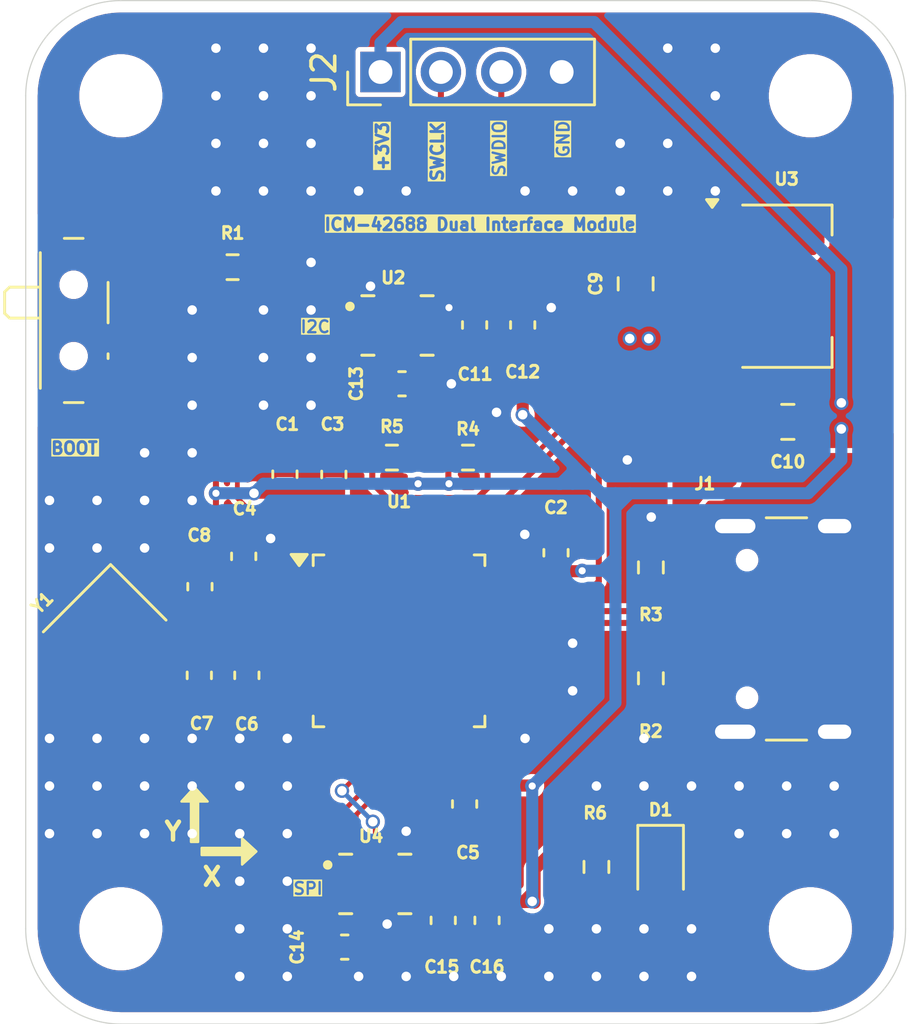
<source format=kicad_pcb>
(kicad_pcb (version 20241229) (generator "pcbnew") (generator_version "9.0")
  (layers (0 "F.Cu" signal) (2 "B.Cu" signal) (13 "F.Paste" user) (15 "B.Paste" user) (5 "F.SilkS" user "F.Silkscreen") (7 "B.SilkS" user "B.Silkscreen") (1 "F.Mask" user) (3 "B.Mask" user) (25 "Edge.Cuts" user))
  (net 0 "")
  (net 1 "GND")
  (net 2 "+3.3V")
  (net 3 "/NRST")
  (net 4 "Net-(U1-PD1)")
  (net 5 "Net-(U1-PD0)")
  (net 6 "VBUS")
  (net 7 "Net-(D1-A)")
  (net 8 "/USB_D+")
  (net 9 "Net-(J1-CC1)")
  (net 11 "/USB_D-")
  (net 13 "Net-(J1-CC2)")
  (net 14 "/SWCLK")
  (net 15 "/SWDIO")
  (net 16 "/BOOT0")
  (net 17 "Net-(SW1-A)")
  (net 18 "/I2C1_SCL")
  (net 19 "/I2C1_SDA")
  (net 26 "/ICM-SPI-MISO")
  (net 31 "/ICM-SPI-INT2")
  (net 34 "/ICM-SPI-CS")
  (net 37 "/ICM-SPI-SCK")
  (net 42 "/ICM-SPI-MOSI")
  (footprint "Capacitor_SMD:C_0603_1608Metric" (layer "F.Cu") (at 224.95702 49.909503 90)
    (property "Reference" "C3")
    (property "Value" "100nF" (hide yes))
  )
  (footprint "Resistor_SMD:R_0603_1608Metric" (layer "F.Cu") (at 230.6 49.2)
    (property "Reference" "R4")
    (property "Value" "4k7" (hide yes))
  )
  (footprint "Capacitor_SMD:C_0805_2012Metric" (layer "F.Cu") (at 237.65 41.9 90)
    (property "Reference" "C9")
    (property "Value" "22uF" (hide yes))
  )
  (footprint "Capacitor_SMD:C_0603_1608Metric" (layer "F.Cu") (at 221.3 58.35 -90)
    (property "Reference" "C6")
    (property "Value" "100nF" (hide yes))
  )
  (footprint "Resistor_SMD:R_0603_1608Metric" (layer "F.Cu") (at 227.4 49.2 180)
    (property "Reference" "R5")
    (property "Value" "4k7" (hide yes))
  )
  (footprint "Package_QFP:LQFP-48_7x7mm_P0.5mm" (layer "F.Cu") (at 227.7 56.9)
    (property "Reference" "U1")
    (property "Value" "STM32F103C8Tx" (hide yes))
  )
  (footprint "Capacitor_SMD:C_0603_1608Metric" (layer "F.Cu") (at 225.415357 69.768393)
    (property "Reference" "C14")
    (property "Value" "10nF" (hide yes))
  )
  (footprint "Capacitor_SMD:C_0603_1608Metric" (layer "F.Cu") (at 219.326579 54.625 90)
    (property "Reference" "C8")
    (property "Value" "10pF" (hide yes))
  )
  (footprint "Capacitor_SMD:C_0805_2012Metric" (layer "F.Cu") (at 244.05 47.7 180)
    (property "Reference" "C10")
    (property "Value" "22uF" (hide yes))
  )
  (footprint "Package_TO_SOT_SMD:SOT-223-3_TabPin2" (layer "F.Cu") (at 244 42)
    (property "Reference" "U3")
    (property "Value" "AMS1117-3.3" (hide yes))
  )
  (footprint "Resistor_SMD:R_0603_1608Metric" (layer "F.Cu") (at 238.290908 53.816409 -90)
    (property "Reference" "R3")
    (property "Value" "5k1" (hide yes))
  )
  (footprint "ICM-42688-P:PQFN50P300X250X97-14N" (layer "F.Cu") (at 226.7 67.115)
    (property "Reference" "U4")
    (property "Value" "ICM-42688-P" (hide yes))
  )
  (footprint "MountingHole:MountingHole_3.2mm_M3_ISO7380" (layer "F.Cu") (at 245 34)
    (property "Reference" "H3" (hide yes))
    (property "Value" "MountingHole" (hide yes))
  )
  (footprint "ICM-42688-P:PQFN50P300X250X97-14N" (layer "F.Cu") (at 227.635 43.65)
    (property "Reference" "U2")
    (property "Value" "ICM-42688-P" (hide yes))
  )
  (footprint "MountingHole:MountingHole_3.2mm_M3_ISO7380" (layer "F.Cu") (at 216 34)
    (property "Reference" "H4" (hide yes))
    (property "Value" "MountingHole" (hide yes))
  )
  (footprint "Capacitor_SMD:C_0603_1608Metric" (layer "F.Cu") (at 222.9 49.9 90)
    (property "Reference" "C1")
    (property "Value" "10uF" (hide yes))
  )
  (footprint "Resistor_SMD:R_0603_1608Metric" (layer "F.Cu") (at 236 66.4 -90)
    (property "Reference" "R6")
    (property "Value" "1k" (hide yes))
  )
  (footprint "Capacitor_SMD:C_0603_1608Metric" (layer "F.Cu") (at 230.457802 63.75595 -90)
    (property "Reference" "C5")
    (property "Value" "100nF" (hide yes))
  )
  (footprint "MountingHole:MountingHole_3.2mm_M3_ISO7380" (layer "F.Cu") (at 216 69)
    (property "Reference" "H1" (hide yes))
    (property "Value" "MountingHole" (hide yes))
  )
  (footprint "MountingHole:MountingHole_3.2mm_M3_ISO7380" (layer "F.Cu") (at 245 69)
    (property "Reference" "H2" (hide yes))
    (property "Value" "MountingHole" (hide yes))
  )
  (footprint "Capacitor_SMD:C_0603_1608Metric" (layer "F.Cu") (at 230.878313 43.628867 -90)
    (property "Reference" "C11")
    (property "Value" "100nF" (hide yes))
  )
  (footprint "Capacitor_SMD:C_0603_1608Metric" (layer "F.Cu") (at 229.556911 68.645844 90)
    (property "Reference" "C15")
    (property "Value" "100nF" (hide yes))
  )
  (footprint "Capacitor_SMD:C_0603_1608Metric" (layer "F.Cu") (at 221.16751 53.351159 90)
    (property "Reference" "C4")
    (property "Value" "100nF" (hide yes))
  )
  (footprint "LED_SMD:LED_0805_2012Metric" (layer "F.Cu") (at 238.7 66.3375 -90)
    (property "Reference" "D1")
    (property "Value" "LED" (hide yes))
  )
  (footprint "Crystal:Crystal_SMD_3225-4Pin_3.2x2.5mm" (layer "F.Cu") (at 215.321142 56.276777 -135)
    (property "Reference" "Y1")
    (property "Value" "16MHz" (hide yes))
  )
  (footprint "Connector_PinHeader_2.54mm:PinHeader_1x04_P2.54mm_Vertical" (layer "F.Cu") (at 226.92 33 90)
    (property "Reference" "J2")
    (property "Value" "SWD")
  )
  (footprint "Capacitor_SMD:C_0603_1608Metric" (layer "F.Cu") (at 219.3 58.35 -90)
    (property "Reference" "C7")
    (property "Value" "10pF" (hide yes))
  )
  (footprint "Connector_USB:USB_C_Receptacle_GCT_USB4105-xx-A_16P_TopMnt_Horizontal" (layer "F.Cu") (at 244.942391 56.4 90)
    (property "Reference" "J1")
    (property "Value" "USB-C" (hide yes))
  )
  (footprint "Capacitor_SMD:C_0603_1608Metric" (layer "F.Cu") (at 234.3 53.2 90)
    (property "Reference" "C2")
    (property "Value" "100nF" (hide yes))
  )
  (footprint "Resistor_SMD:R_0603_1608Metric" (layer "F.Cu") (at 220.7 41.2)
    (property "Reference" "R1")
    (property "Value" "10k" (hide yes))
  )
  (footprint "Capacitor_SMD:C_0603_1608Metric" (layer "F.Cu") (at 227.825 46.1 180)
    (property "Reference" "C13")
    (property "Value" "10nF" (hide yes))
  )
  (footprint "Resistor_SMD:R_0603_1608Metric" (layer "F.Cu") (at 238.290908 58.474606 90)
    (property "Reference" "R2")
    (property "Value" "5k1" (hide yes))
  )
  (footprint "Capacitor_SMD:C_0603_1608Metric" (layer "F.Cu") (at 231.4 68.645844 90)
    (property "Reference" "C16")
    (property "Value" "2.2uF" (hide yes))
  )
  (footprint "Capacitor_SMD:C_0603_1608Metric" (layer "F.Cu") (at 232.9 43.628867 -90)
    (property "Reference" "C12")
    (property "Value" "2.2uF" (hide yes))
  )
  (footprint "Button_Switch_SMD:SW_SPDT_PCM12" (layer "F.Cu") (at 214.343646 43.439606 -90)
    (property "Reference" "SW1" (hide yes))
    (property "Value" "SW_SPDT" (hide yes))
  )
  (gr_poly (pts (xy 221.7 65.75) (xy 221.1 65.2) (xy 221.1 66.3)) (stroke (width 0.1)) (fill yes) (layer "F.SilkS"))
  (gr_rect (start 218.95 63.65) (end 219.25 65.35) (stroke (width 0.1)) (fill yes) (layer "F.SilkS"))
  (gr_rect (start 219.4 65.6) (end 221.1 65.9) (stroke (width 0.1)) (fill yes) (layer "F.SilkS"))
  (gr_poly (pts (xy 219.1 63.05) (xy 218.55 63.65) (xy 219.65 63.65)) (stroke (width 0.1)) (fill yes) (layer "F.SilkS"))
  (gr_line (start 245 30) (end 216 30) (stroke (width 0.05)) (layer "Edge.Cuts"))
  (gr_arc (start 216 73) (mid 213.171573 71.828427) (end 212 69) (stroke (width 0.05)) (layer "Edge.Cuts"))
  (gr_line (start 249 69) (end 249 34) (stroke (width 0.05)) (layer "Edge.Cuts"))
  (gr_line (start 216 73) (end 245 73) (stroke (width 0.05)) (layer "Edge.Cuts"))
  (gr_line (start 212 34) (end 212 69) (stroke (width 0.05)) (layer "Edge.Cuts"))
  (gr_arc (start 245 30) (mid 247.828427 31.171573) (end 249 34) (stroke (width 0.05)) (layer "Edge.Cuts"))
  (gr_arc (start 249 69) (mid 247.828427 71.828427) (end 245 73) (stroke (width 0.05)) (layer "Edge.Cuts"))
  (gr_arc (start 212 34) (mid 213.171573 31.171573) (end 216 30) (stroke (width 0.05)) (layer "Edge.Cuts"))
  (gr_text "I2C" (at 223.5 44 0) (layer "F.SilkS" knockout) (effects (font (size 0.5 0.5) (thickness 0.1) (bold yes)) (justify left bottom)))
  (gr_text "BOOT" (at 213 49.1 0) (layer "F.SilkS" knockout) (effects (font (size 0.5 0.5) (thickness 0.125) (bold yes)) (justify left bottom)))
  (gr_text "+3V3" (at 227.3 37.2 90) (layer "F.SilkS" knockout) (effects (font (size 0.5 0.5) (thickness 0.125) (bold yes)) (justify left bottom)))
  (gr_text "GND" (at 234.9 36.641867 90) (layer "F.SilkS" knockout) (effects (font (size 0.5 0.5) (thickness 0.1) (bold yes)) (justify left bottom)))
  (gr_text "SWDIO" (at 232.2 37.427581 90) (layer "F.SilkS" knockout) (effects (font (size 0.5 0.5) (thickness 0.1) (bold yes)) (justify left bottom)))
  (gr_text "ICM-42688 Dual Interface Module" (at 224.5 39.7 0) (layer "F.SilkS" knockout) (effects (font (size 0.5 0.5) (thickness 0.125) (bold yes)) (justify left bottom)))
  (gr_text "SWCLK\n" (at 229.6 37.652382 90) (layer "F.SilkS" knockout) (effects (font (size 0.5 0.5) (thickness 0.125) (bold yes)) (justify left bottom)))
  (gr_text "Y" (at 217.75 65.35 0) (layer "F.SilkS") (effects (font (size 0.75 0.75) (thickness 0.1875) (bold yes)) (justify left bottom)))
  (gr_text "SPI" (at 223.2 67.6 0) (layer "F.SilkS" knockout) (effects (font (size 0.5 0.5) (thickness 0.1) (bold yes)) (justify left bottom)))
  (gr_text "X" (at 219.35 67.25 0) (layer "F.SilkS") (effects (font (size 0.75 0.75) (thickness 0.1875) (bold yes)) (justify left bottom)))
  (segment (start 228.8 42.9) (end 229.8 42.9) (width 0.2) (layer "F.Cu") (net 1))
  (via (at 232.988005 52.428176) (size 0.6) (drill 0.4) (layers "F.Cu" "B.Cu") (net 1))
  (via (at 221 69) (size 0.45) (drill 0.4) (layers "F.Cu" "B.Cu") (net 1))
  (via (at 222 32) (size 0.45) (drill 0.4) (layers "F.Cu" "B.Cu") (net 1))
  (via (at 241 34) (size 0.45) (drill 0.4) (layers "F.Cu" "B.Cu") (net 1))
  (via (at 224 32) (size 0.45) (drill 0.4) (layers "F.Cu" "B.Cu") (net 1))
  (via (at 238.306238 51.699539) (size 0.45) (drill 0.4) (layers "F.Cu" "B.Cu") (net 1))
  (via (at 224 38) (size 0.45) (drill 0.4) (layers "F.Cu" "B.Cu") (net 1))
  (via (at 224 36) (size 0.45) (drill 0.4) (layers "F.Cu" "B.Cu") (net 1))
  (via (at 213 53) (size 0.45) (drill 0.4) (layers "F.Cu" "B.Cu") (net 1))
  (via (at 237 38) (size 0.45) (drill 0.4) (layers "F.Cu" "B.Cu") (net 1))
  (via (at 235 59) (size 0.45) (drill 0.4) (layers "F.Cu" "B.Cu") (net 1))
  (via (at 226.5 42) (size 0.6) (drill 0.4) (layers "F.Cu" "B.Cu") (net 1))
  (via (at 220 38) (size 0.45) (drill 0.4) (layers "F.Cu" "B.Cu") (net 1))
  (via (at 221 63) (size 0.45) (drill 0.4) (layers "F.Cu" "B.Cu") (net 1))
  (via (at 217 49) (size 0.45) (drill 0.4) (layers "F.Cu" "B.Cu") (net 1))
  (via (at 217 51) (size 0.45) (drill 0.4) (layers "F.Cu" "B.Cu") (net 1))
  (via (at 219 63) (size 0.45) (drill 0.4) (layers "F.Cu" "B.Cu") (net 1))
  (via (at 222 36) (size 0.45) (drill 0.4) (layers "F.Cu" "B.Cu") (net 1))
  (via (at 223 65) (size 0.45) (drill 0.4) (layers "F.Cu" "B.Cu") (net 1))
  (via (at 239 32) (size 0.45) (drill 0.4) (layers "F.Cu" "B.Cu") (net 1))
  (via (at 236 63) (size 0.45) (drill 0.4) (layers "F.Cu" "B.Cu") (net 1))
  (via (at 236 71) (size 0.45) (drill 0.4) (layers "F.Cu" "B.Cu") (net 1))
  (via (at 220 34) (size 0.45) (drill 0.4) (layers "F.Cu" "B.Cu") (net 1))
  (via (at 223 69) (size 0.45) (drill 0.4) (layers "F.Cu" "B.Cu") (net 1))
  (via (at 232 71) (size 0.45) (drill 0.4) (layers "F.Cu" "B.Cu") (net 1))
  (via (at 226 38) (size 0.45) (drill 0.4) (layers "F.Cu" "B.Cu") (net 1))
  (via (at 231.8 47.3) (size 0.6) (drill 0.4) (layers "F.Cu" "B.Cu") (net 1))
  (via (at 237.3 49.3) (size 0.45) (drill 0.4) (layers "F.Cu" "B.Cu") (net 1))
  (via (at 235 57) (size 0.45) (drill 0.4) (layers "F.Cu" "B.Cu") (net 1))
  (via (at 238 69) (size 0.45) (drill 0.4) (layers "F.Cu" "B.Cu") (net 1))
  (via (at 219 61) (size 0.45) (drill 0.4) (layers "F.Cu" "B.Cu") (net 1))
  (via (at 233 38) (size 0.45) (drill 0.4) (layers "F.Cu" "B.Cu") (net 1))
  (via (at 226 71) (size 0.45) (drill 0.4) (layers "F.Cu" "B.Cu") (net 1))
  (via (at 221 65) (size 0.45) (drill 0.4) (layers "F.Cu" "B.Cu") (net 1))
  (via (at 244 63) (size 0.45) (drill 0.4) (layers "F.Cu" "B.Cu") (net 1))
  (via (at 213 63) (size 0.45) (drill 0.4) (layers "F.Cu" "B.Cu") (net 1))
  (via (at 217 53) (size 0.45) (drill 0.4) (layers "F.Cu" "B.Cu") (net 1))
  (via (at 222 34) (size 0.45) (drill 0.4) (layers "F.Cu" "B.Cu") (net 1))
  (via (at 228 64.9) (size 0.45) (drill 0.4) (layers "F.Cu" "B.Cu") (net 1))
  (via (at 223 67) (size 0.45) (drill 0.4) (layers "F.Cu" "B.Cu") (net 1))
  (via (at 219 49) (size 0.45) (drill 0.4) (layers "F.Cu" "B.Cu") (net 1))
  (via (at 224 34) (size 0.45) (drill 0.4) (layers "F.Cu" "B.Cu") (net 1))
  (via (at 240 63) (size 0.45) (drill 0.4) (layers "F.Cu" "B.Cu") (net 1))
  (via (at 223 61) (size 0.45) (drill 0.4) (layers "F.Cu" "B.Cu") (net 1))
  (via (at 229.8 42.9) (size 0.6) (drill 0.3) (layers "F.Cu" "B.Cu") (net 1))
  (via (at 234.1 42.9) (size 0.6) (drill 0.4) (layers "F.Cu" "B.Cu") (net 1))
  (via (at 223 71) (size 0.45) (drill 0.4) (layers "F.Cu" "B.Cu") (net 1))
  (via (at 244 65) (size 0.45) (drill 0.4) (layers "F.Cu" "B.Cu") (net 1))
  (via (at 220 32) (size 0.45) (drill 0.4) (layers "F.Cu" "B.Cu") (net 1))
  (via (at 222 38) (size 0.45) (drill 0.4) (layers "F.Cu" "B.Cu") (net 1))
  (via (at 217 61) (size 0.45) (drill 0.4) (layers "F.Cu" "B.Cu") (net 1))
  (via (at 219 51) (size 0.45) (drill 0.4) (layers "F.Cu" "B.Cu") (net 1))
  (via (at 222.3 52.6) (size 0.6) (drill 0.4) (layers "F.Cu" "B.Cu") (net 1))
  (via (at 228 38) (size 0.45) (drill 0.4) (layers "F.Cu" "B.Cu") (net 1))
  (via (at 246 65) (size 0.45) (drill 0.4) (layers "F.Cu" "B.Cu") (net 1))
  (via (at 238 61) (size 0.45) (drill 0.4) (layers "F.Cu" "B.Cu") (net 1))
  (via (at 219 43) (size 0.45) (drill 0.4) (layers "F.Cu" "B.Cu") (net 1))
  (via (at 242 65) (size 0.45) (drill 0.4) (layers "F.Cu" "B.Cu") (net 1))
  (via (at 224 41) (size 0.45) (drill 0.4) (layers "F.Cu" "B.Cu") (net 1))
  (via (at 224 43) (size 0.45) (drill 0.4) (layers "F.Cu" "B.Cu") (net 1))
  (via (at 229.9 46.1) (size 0.6) (drill 0.4) (layers "F.Cu" "B.Cu") (net 1))
  (via (at 236 69) (size 0.45) (drill 0.4) (layers "F.Cu" "B.Cu") (net 1))
  (via (at 220 36) (size 0.45) (drill 0.4) (layers "F.Cu" "B.Cu") (net 1))
  (via (at 217 63) (size 0.45) (drill 0.4) (layers "F.Cu" "B.Cu") (net 1))
  (via (at 240 69) (size 0.45) (drill 0.4) (layers "F.Cu" "B.Cu") (net 1))
  (via (at 234 71) (size 0.45) (drill 0.4) (layers "F.Cu" "B.Cu") (net 1))
  (via (at 215 61) (size 0.45) (drill 0.4) (layers "F.Cu" "B.Cu") (net 1))
  (via (at 224 47) (size 0.45) (drill 0.4) (layers "F.Cu" "B.Cu") (net 1))
  (via (at 235 38) (size 0.45) (drill 0.4) (layers "F.Cu" "B.Cu") (net 1))
  (via (at 215 65) (size 0.45) (drill 0.4) (layers "F.Cu" "B.Cu") (net 1))
  (via (at 242 63) (size 0.45) (drill 0.4) (layers "F.Cu" "B.Cu") (net 1))
  (via (at 222 43) (size 0.45) (drill 0.4) (layers "F.Cu" "B.Cu") (net 1))
  (via (at 233 61) (size 0.45) (drill 0.4) (layers "F.Cu" "B.Cu") (net 1))
  (via (at 213 65) (size 0.45) (drill 0.4) (layers "F.Cu" "B.Cu") (net 1))
  (via (at 227.2 68.8) (size 0.45) (drill 0.4) (layers "F.Cu" "B.Cu") (net 1))
  (via (at 222 45) (size 0.45) (drill 0.4) (layers "F.Cu" "B.Cu") (net 1))
  (via (at 215 63) (size 0.45) (drill 0.4) (layers "F.Cu" "B.Cu") (net 1))
  (via (at 221 71) (size 0.45) (drill 0.4) (layers "F.Cu" "B.Cu") (net 1))
  (via (at 213 61) (size 0.45) (drill 0.4) (layers "F.Cu" "B.Cu") (net 1))
  (via (at 239 38) (size 0.45) (drill 0.4) (layers "F.Cu" "B.Cu") (net 1))
  (via (at 221 67) (size 0.45) (drill 0.4) (layers "F.Cu" "B.Cu") (net 1))
  (via (at 224 45) (size 0.45) (drill 0.4) (layers "F.Cu" "B.Cu") (net 1))
  (via (at 238 71) (size 0.45) (drill 0.4) (layers "F.Cu" "B.Cu") (net 1))
  (via (at 241 38) (size 0.45) (drill 0.4) (layers "F.Cu" "B.Cu") (net 1))
  (via (at 219 65) (size 0.45) (drill 0.4) (layers "F.Cu" "B.Cu") (net 1))
  (via (at 238 63) (size 0.45) (drill 0.4) (layers "F.Cu" "B.Cu") (net 1))
  (via (at 219 47) (size 0.45) (drill 0.4) (layers "F.Cu" "B.Cu") (net 1))
  (via (at 239 36) (size 0.45) (drill 0.4) (layers "F.Cu" "B.Cu") (net 1))
  (via (at 234 69) (size 0.45) (drill 0.4) (layers "F.Cu" "B.Cu") (net 1))
  (via (at 246 63) (size 0.45) (drill 0.4) (layers "F.Cu" "B.Cu") (net 1))
  (via (at 215 51) (size 0.45) (drill 0.4) (layers "F.Cu" "B.Cu") (net 1))
  (via (at 228 71) (size 0.45) (drill 0.4) (layers "F.Cu" "B.Cu") (net 1))
  (via (at 219 45) (size 0.45) (drill 0.4) (layers "F.Cu" "B.Cu") (net 1))
  (via (at 237 36) (size 0.45) (drill 0.4) (layers "F.Cu" "B.Cu") (net 1))
  (via (at 241 32) (size 0.45) (drill 0.4) (layers "F.Cu" "B.Cu") (net 1))
  (via (at 213 51) (size 0.45) (drill 0.4) (layers "F.Cu" "B.Cu") (net 1))
  (via (at 240 71) (size 0.45) (drill 0.4) (layers "F.Cu" "B.Cu") (net 1))
  (via (at 221 61) (size 0.45) (drill 0.4) (layers "F.Cu" "B.Cu") (net 1))
  (via (at 222 47) (size 0.45) (drill 0.4) (layers "F.Cu" "B.Cu") (net 1))
  (via (at 223 63) (size 0.45) (drill 0.4) (layers "F.Cu" "B.Cu") (net 1))
  (via (at 230 71) (size 0.45) (drill 0.4) (layers "F.Cu" "B.Cu") (net 1))
  (via (at 217 65) (size 0.45) (drill 0.4) (layers "F.Cu" "B.Cu") (net 1))
  (via (at 215 53) (size 0.45) (drill 0.4) (layers "F.Cu" "B.Cu") (net 1))
  (segment (start 226.2 69.75875) (end 226.190357 69.768393) (width 0.2032) (layer "F.Cu") (net 2))
  (segment (start 221.16751 54.126159) (end 223.513659 54.126159) (width 0.254) (layer "F.Cu") (net 2))
  (segment (start 232.9 44.403867) (end 232.9 46.2) (width 0.508) (layer "F.Cu") (net 2))
  (segment (start 227.05 46.1) (end 227.05 46.75) (width 0.254) (layer "F.Cu") (net 2))
  (segment (start 227.135 46.217434) (end 227.129509 46.222925) (width 0.2032) (layer "F.Cu") (net 2))
  (segment (start 235.4 53.956644) (end 235.343356 53.956644) (width 0.508) (layer "F.Cu") (net 2))
  (segment (start 229.551067 67.865) (end 229.556911 67.870844) (width 0.2) (layer "F.Cu") (net 2))
  (segment (start 235.325 53.975) (end 234.3 53.975) (width 0.508) (layer "F.Cu") (net 2))
  (segment (start 222.9 50.675) (end 221.625 50.675) (width 0.508) (layer "F.Cu") (net 2))
  (segment (start 228.9 44.4) (end 228.903867 44.403867) (width 0.2032) (layer "F.Cu") (net 2))
  (segment (start 232.9 46.8) (end 232.9 47.4) (width 0.508) (layer "F.Cu") (net 2))
  (segment (start 232.9 46.2) (end 232.9 46.5) (width 0.508) (layer "F.Cu") (net 2))
  (segment (start 228.8 44.4) (end 228.9 44.4) (width 0.2032) (layer "F.Cu") (net 2))
  (segment (start 231.8625 54.15) (end 232.65 54.15) (width 0.254) (layer "F.Cu") (net 2))
  (segment (start 229.775 50.275) (end 229.8 50.3) (width 0.254) (layer "F.Cu") (net 2))
  (segment (start 233.4 67.4) (end 233.4 66.5) (width 0.508) (layer "F.Cu") (net 2))
  (segment (start 222.909503 50.684503) (end 222.9 50.675) (width 0.508) (layer "F.Cu") (net 2))
  (segment (start 229.529156 67.870844) (end 229.556911 67.870844) (width 0.508) (layer "F.Cu") (net 2))
  (segment (start 227.4 47.1) (end 229.6 47.1) (width 0.254) (layer "F.Cu") (net 2))
  (segment (start 230.457802 62.98095) (end 233.28095 62.98095) (width 0.508) (layer "F.Cu") (net 2))
  (segment (start 226.190357 69.768393) (end 227.631607 69.768393) (width 0.508) (layer "F.Cu") (net 2))
  (segment (start 224.95 52.7375) (end 224.95 50.691523) (width 0.254) (layer "F.Cu") (net 2))
  (segment (start 232.8 67.870844) (end 233.370844 67.870844) (width 0.508) (layer "F.Cu") (net 2))
  (segment (start 232.650771 54.149229) (end 234.40321 54.149229) (width 0.254) (layer "F.Cu") (net 2))
  (segment (start 220 44.6) (end 219.589606 44.189606) (width 0.254) (layer "F.Cu") (net 2))
  (segment (start 232.8 67.870844) (end 232.970844 67.870844) (width 0.508) (layer "F.Cu") (net 2))
  (segment (start 229.775 47.325) (end 229.775 47.275) (width 0.254) (layer "F.Cu") (net 2))
  (segment (start 227.05 46.75) (end 227.4 47.1) (width 0.254) (layer "F.Cu") (net 2))
  (segment (start 233.28095 62.98095) (end 233.3 63) (width 0.508) (layer "F.Cu") (net 2))
  (segment (start 230.45 61.0625) (end 230.45 62.973148) (width 0.254) (layer "F.Cu") (net 2))
  (segment (start 227.631607 69.768393) (end 229.529156 67.870844) (width 0.508) (layer "F.Cu") (net 2))
  (segment (start 224.95 50.691523) (end 224.95702 50.684503) (width 0.254) (layer "F.Cu") (net 2))
  (segment (start 232.970844 67.870844) (end 232.970844 67.829156) (width 0.508) (layer "F.Cu") (net 2))
  (segment (start 228.903867 44.403867) (end 230.878313 44.403867) (width 0.2032) (layer "F.Cu") (net 2))
  (segment (start 229.775 47.275) (end 229.6 47.1) (width 0.254) (layer "F.Cu") (net 2))
  (segment (start 233.4 66.5) (end 234.325 65.575) (width 0.508) (layer "F.Cu") (net 2))
  (segment (start 231.4 67.870844) (end 232.8 67.870844) (width 0.508) (layer "F.Cu") (net 2))
  (segment (start 229.775 49.2) (end 229.775 50.275) (width 0.254) (layer "F.Cu") (net 2))
  (segment (start 220 50.7) (end 220 44.6) (width 0.254) (layer "F.Cu") (net 2))
  (segment (start 227.865 67.865) (end 229.551067 67.865) (width 0.2) (layer "F.Cu") (net 2))
  (segment (start 220 52.958649) (end 220 50.7) (width 0.254) (layer "F.Cu") (net 2))
  (segment (start 221.16751 54.126159) (end 220 52.958649) (width 0.254) (layer "F.Cu") (net 2))
  (segment (start 229.556911 67.870844) (end 231.4 67.870844) (width 0.508) (layer "F.Cu") (net 2))
  (segment (start 230.45 62.973148) (end 230.457802 62.98095) (width 0.254) (layer "F.Cu") (net 2))
  (segment (start 232.970844 67.829156) (end 233.4 67.4) (width 0.508) (layer "F.Cu") (net 2))
  (segment (start 226.2 68.03) (end 226.2 69.75875) (width 0.2032) (layer "F.Cu") (net 2))
  (segment (start 219.589606 44.189606) (end 215.773646 44.189606) (width 0.254) (layer "F.Cu") (net 2))
  (segment (start 232.65 54.15) (end 232.650771 54.149229) (width 0.254) (layer "F.Cu") (net 2))
  (segment (start 233.370844 67.870844) (end 233.4 67.9) (width 0.508) (layer "F.Cu") (net 2))
  (segment (start 227.135 44.565) (end 227.135 46.217434) (width 0.2032) (layer "F.Cu") (net 2))
  (segment (start 234.325 65.575) (end 236 65.575) (width 0.508) (layer "F.Cu") (net 2))
  (segment (start 223.513659 54.126159) (end 223.5375 54.15) (width 0.254) (layer "F.Cu") (net 2))
  (segment (start 221.625 50.675) (end 221.6 50.7) (width 0.508) (layer "F.Cu") (net 2))
  (segment (start 233.4 67.9) (end 233.4 67.4) (width 0.508) (layer "F.Cu") (net 2))
  (segment (start 229.775 49.2) (end 229.775 47.325) (width 0.254) (layer "F.Cu") (net 2))
  (segment (start 232.9 46.5) (end 232.9 46.8) (width 0.508) (layer "F.Cu") (net 2))
  (segment (start 230.878313 44.403867) (end 232.9 44.403867) (width 0.508) (layer "F.Cu") (net 2))
  (segment (start 235.343356 53.956644) (end 235.325 53.975) (width 0.508) (layer "F.Cu") (net 2))
  (segment (start 228.225 49.2) (end 229.775 49.2) (width 0.254) (layer "F.Cu") (net 2))
  (segment (start 224.95702 50.684503) (end 222.909503 50.684503) (width 0.508) (layer "F.Cu") (net 2))
  (via (at 221.6 50.7) (size 0.6) (drill 0.4) (layers "F.Cu" "B.Cu") (net 2))
  (via (at 229.8 50.3) (size 0.6) (drill 0.3) (layers "F.Cu" "B.Cu") (net 2))
  (via (at 220 50.7) (size 0.6) (drill 0.3) (layers "F.Cu" "B.Cu") (net 2))
  (via (at 246.3 48) (size 0.6) (drill 0.4) (layers "F.Cu" "B.Cu") (net 2))
  (via (at 233.3 63) (size 0.6) (drill 0.3) (layers "F.Cu" "B.Cu") (net 2))
  (via (at 232.9 47.4) (size 0.6) (drill 0.4) (layers "F.Cu" "B.Cu") (net 2))
  (via (at 228.5 50.3) (size 0.6) (drill 0.3) (layers "F.Cu" "B.Cu") (net 2))
  (via (at 233.3 67.847498) (size 0.6) (drill 0.4) (layers "F.Cu" "B.Cu") (net 2))
  (via (at 235.4 53.956644) (size 0.6) (drill 0.3) (layers "F.Cu" "B.Cu") (net 2))
  (via (at 246.3 46.9) (size 0.6) (drill 0.4) (layers "F.Cu" "B.Cu") (net 2))
  (segment (start 236.8 50.7) (end 237.4 50.7) (width 0.508) (layer "B.Cu") (net 2))
  (segment (start 236.8 59.5) (end 236.8 59.3) (width 0.508) (layer "B.Cu") (net 2))
  (segment (start 236.8 54.5) (end 236.8 53.4) (width 0.508) (layer "B.Cu") (net 2))
  (segment (start 233.3 63) (end 233.3 67.847498) (width 0.508) (layer "B.Cu") (net 2))
  (segment (start 236.3 53.956644) (end 236.3 53.9) (width 0.508) (layer "B.Cu") (net 2))
  (segment (start 232.9 47.4) (end 234.95 49.45) (width 0.508) (layer "B.Cu") (net 2))
  (segment (start 236.8 51.3) (end 236.8 50.7) (width 0.508) (layer "B.Cu") (net 2))
  (segment (start 236.8 53.956644) (end 236.3 53.956644) (width 0.508) (layer "B.Cu") (net 2))
  (segment (start 244.9 50.7) (end 246.3 49.3) (width 0.508) (layer "B.Cu") (net 2))
  (segment (start 235 49.5) (end 234.95 49.45) (width 0.508) (layer "B.Cu") (net 2))
  (segment (start 229.8 50.3) (end 234.4 50.3) (width 0.508) (layer "B.Cu") (net 2))
  (segment (start 235.8 50.3) (end 236.2 50.7) (width 0.508) (layer "B.Cu") (net 2))
  (segment (start 234.95 49.45) (end 236.05 50.55) (width 0.508) (layer "B.Cu") (net 2))
  (segment (start 236.8 54.4) (end 236.8 54.5) (width 0.508) (layer "B.Cu") (net 2))
  (segment (start 236.3 53.9) (end 236.8 53.4) (width 0.508) (layer "B.Cu") (net 2))
  (segment (start 235.9 30.9) (end 246.3 41.3) (width 0.508) (layer "B.Cu") (net 2))
  (segment (start 234.4 50.3) (end 234.5 50.3) (width 0.508) (layer "B.Cu") (net 2))
  (segment (start 235 50.3) (end 235 49.8) (width 0.508) (layer "B.Cu") (net 2))
  (segment (start 237.4 50.7) (end 244.9 50.7) (width 0.508) (layer "B.Cu") (net 2))
  (segment (start 236.8 53.4) (end 236.8 51.3) (width 0.508) (layer "B.Cu") (net 2))
  (segment (start 220 50.7) (end 221.6 50.7) (width 0.508) (layer "B.Cu") (net 2))
  (segment (start 234.4 50.3) (end 235 50.3) (width 0.508) (layer "B.Cu") (net 2))
  (segment (start 236.8 59.3) (end 236.8 54.5) (width 0.508) (layer "B.Cu") (net 2))
  (segment (start 236.3 53.956644) (end 235.4 53.956644) (width 0.508) (layer "B.Cu") (net 2))
  (segment (start 235 50.3) (end 235.8 50.3) (width 0.508) (layer "B.Cu") (net 2))
  (segment (start 234.5 50.3) (end 235 49.8) (width 0.508) (layer "B.Cu") (net 2))
  (segment (start 236.3 53.9) (end 236.8 54.4) (width 0.508) (layer "B.Cu") (net 2))
  (segment (start 236.2 50.7) (end 236.8 50.7) (width 0.508) (layer "B.Cu") (net 2))
  (segment (start 222 50.3) (end 229.8 50.3) (width 0.508) (layer "B.Cu") (net 2))
  (segment (start 246.3 49.3) (end 246.3 48) (width 0.508) (layer "B.Cu") (net 2))
  (segment (start 246.3 41.3) (end 246.3 46.9) (width 0.508) (layer "B.Cu") (net 2))
  (segment (start 226.92 33) (end 226.92 31.78) (width 0.508) (layer "B.Cu") (net 2))
  (segment (start 235 49.8) (end 235 49.5) (width 0.508) (layer "B.Cu") (net 2))
  (segment (start 227.8 30.9) (end 235.9 30.9) (width 0.508) (layer "B.Cu") (net 2))
  (segment (start 226.92 31.78) (end 227.8 30.9) (width 0.508) (layer "B.Cu") (net 2))
  (segment (start 236.8 51.3) (end 236.2 50.7) (width 0.508) (layer "B.Cu") (net 2))
  (segment (start 236.8 51.3) (end 237.4 50.7) (width 0.508) (layer "B.Cu") (net 2))
  (segment (start 233.3 63) (end 236.8 59.5) (width 0.508) (layer "B.Cu") (net 2))
  (segment (start 221.6 50.7) (end 222 50.3) (width 0.508) (layer "B.Cu") (net 2))
  (segment (start 236.05 50.55) (end 236.2 50.7) (width 0.508) (layer "B.Cu") (net 2))
  (segment (start 221.725 57.15) (end 223.5375 57.15) (width 0.254) (layer "F.Cu") (net 3))
  (segment (start 221.3 57.575) (end 221.725 57.15) (width 0.254) (layer "F.Cu") (net 3))
  (segment (start 219.3 57.575) (end 215.225 57.575) (width 0.254) (layer "F.Cu") (net 4))
  (segment (start 215.225 57.575) (end 215.144365 57.655635) (width 0.254) (layer "F.Cu") (net 4))
  (segment (start 219.3 57.575) (end 220.225 56.65) (width 0.254) (layer "F.Cu") (net 4))
  (segment (start 220.225 56.65) (end 223.5375 56.65) (width 0.254) (layer "F.Cu") (net 4))
  (segment (start 219.326579 55.4) (end 218.726579 54.8) (width 0.254) (layer "F.Cu") (net 5))
  (segment (start 223.5375 56.15) (end 220.076579 56.15) (width 0.254) (layer "F.Cu") (net 5))
  (segment (start 218.726579 54.8) (end 215.595838 54.8) (width 0.254) (layer "F.Cu") (net 5))
  (segment (start 215.595838 54.8) (end 215.497919 54.897919) (width 0.254) (layer "F.Cu") (net 5))
  (segment (start 220.076579 56.15) (end 219.326579 55.4) (width 0.254) (layer "F.Cu") (net 5))
  (segment (start 244.2 58.1) (end 244.9 57.4) (width 0.254) (layer "F.Cu") (net 6))
  (segment (start 241.759399 54) (end 241.262391 54) (width 0.254) (layer "F.Cu") (net 6))
  (segment (start 241.262391 58.8) (end 241.833199 58.8) (width 0.254) (layer "F.Cu") (net 6))
  (segment (start 244.205992 54.405992) (end 242.165391 54.405992) (width 0.254) (layer "F.Cu") (net 6))
  (segment (start 242.165391 54.405992) (end 241.759399 54) (width 0.254) (layer "F.Cu") (net 6))
  (segment (start 244.9 55.1) (end 244.205992 54.405992) (width 0.254) (layer "F.Cu") (net 6))
  (segment (start 241.833199 58.8) (end 242.533199 58.1) (width 0.254) (layer "F.Cu") (net 6))
  (segment (start 242.533199 58.1) (end 244.2 58.1) (width 0.254) (layer "F.Cu") (net 6))
  (segment (start 244.9 57.4) (end 244.9 55.1) (width 0.254) (layer "F.Cu") (net 6))
  (via (at 237.4 44.2) (size 0.6) (drill 0.4) (layers "F.Cu" "B.Cu") (net 6))
  (via (at 238.2 44.2) (size 0.6) (drill 0.4) (layers "F.Cu" "B.Cu") (net 6))
  (segment (start 236 67.225) (end 238.65 67.225) (width 0.508) (layer "F.Cu") (net 7))
  (segment (start 238.65 67.225) (end 238.7 67.275) (width 0.508) (layer "F.Cu") (net 7))
  (segment (start 241.262391 55.65) (end 231.8625 55.65) (width 0.254) (layer "F.Cu") (net 8))
  (segment (start 242.3 55.9) (end 242.3 56.4) (width 0.254) (layer "F.Cu") (net 8))
  (segment (start 242.3 56.4) (end 242.05 56.65) (width 0.254) (layer "F.Cu") (net 8))
  (segment (start 242.05 55.65) (end 242.3 55.9) (width 0.254) (layer "F.Cu") (net 8))
  (segment (start 241.262391 55.65) (end 242.05 55.65) (width 0.254) (layer "F.Cu") (net 8))
  (segment (start 242.05 56.65) (end 241.262391 56.65) (width 0.254) (layer "F.Cu") (net 8))
  (segment (start 238.290908 57.649606) (end 241.261997 57.649606) (width 0.254) (layer "F.Cu") (net 9))
  (segment (start 241.261997 57.649606) (end 241.262391 57.65) (width 0.254) (layer "F.Cu") (net 9))
  (segment (start 239.8 56.262608) (end 239.8 56.15) (width 0.2) (layer "F.Cu") (net 11))
  (segment (start 239.8 56.15) (end 241.262391 56.15) (width 0.254) (layer "F.Cu") (net 11))
  (segment (start 240.687392 57.15) (end 239.8 56.262608) (width 0.2) (layer "F.Cu") (net 11))
  (segment (start 241.262391 57.15) (end 240.687392 57.15) (width 0.2) (layer "F.Cu") (net 11))
  (segment (start 231.8625 56.15) (end 239.8 56.15) (width 0.254) (layer "F.Cu") (net 11))
  (segment (start 241.262391 54.65) (end 238.299499 54.65) (width 0.254) (layer "F.Cu") (net 13))
  (segment (start 238.299499 54.65) (end 238.290908 54.641409) (width 0.254) (layer "F.Cu") (net 13))
  (segment (start 231.4704 41.0704) (end 229.46 39.06) (width 0.254) (layer "F.Cu") (net 14))
  (segment (start 230.740336 51.3) (end 231.8 51.3) (width 0.254) (layer "F.Cu") (net 14))
  (segment (start 235.6 42.292454) (end 234.377946 41.0704) (width 0.254) (layer "F.Cu") (net 14))
  (segment (start 230.45 51.590336) (end 230.740336 51.3) (width 0.254) (layer "F.Cu") (net 14))
  (segment (start 231.8 51.3) (end 235.6 47.5) (width 0.254) (layer "F.Cu") (net 14))
  (segment (start 230.45 52.7375) (end 230.45 51.590336) (width 0.254) (layer "F.Cu") (net 14))
  (segment (start 235.6 47.5) (end 235.6 42.292454) (width 0.254) (layer "F.Cu") (net 14))
  (segment (start 229.46 39.06) (end 229.46 33) (width 0.254) (layer "F.Cu") (net 14))
  (segment (start 234.377946 41.0704) (end 231.4704 41.0704) (width 0.254) (layer "F.Cu") (net 14))
  (segment (start 235.35 55.15) (end 236.1 54.4) (width 0.254) (layer "F.Cu") (net 15))
  (segment (start 236.1 54.4) (end 236.1 42.1) (width 0.254) (layer "F.Cu") (net 15))
  (segment (start 231.8625 55.15) (end 235.35 55.15) (width 0.254) (layer "F.Cu") (net 15))
  (segment (start 236.1 42.1) (end 234.6154 40.6154) (width 0.254) (layer "F.Cu") (net 15))
  (segment (start 234.6154 40.6154) (end 233.3154 40.6154) (width 0.254) (layer "F.Cu") (net 15))
  (segment (start 232 39.3) (end 232 33) (width 0.254) (layer "F.Cu") (net 15))
  (segment (start 233.3154 40.6154) (end 232 39.3) (width 0.254) (layer "F.Cu") (net 15))
  (segment (start 221.7 51.7) (end 220.9 50.9) (width 0.2) (layer "F.Cu") (net 16))
  (segment (start 220.9 41.825) (end 221.525 41.2) (width 0.2) (layer "F.Cu") (net 16))
  (segment (start 226.95 52.7375) (end 226.95 53.95) (width 0.2) (layer "F.Cu") (net 16))
  (segment (start 226.5 54.4) (end 225.1 54.4) (width 0.2) (layer "F.Cu") (net 16))
  (segment (start 222.4 51.7) (end 221.7 51.7) (width 0.2) (layer "F.Cu") (net 16))
  (segment (start 226.95 53.95) (end 226.5 54.4) (width 0.2) (layer "F.Cu") (net 16))
  (segment (start 225.1 54.4) (end 222.4 51.7) (width 0.2) (layer "F.Cu") (net 16))
  (segment (start 220.9 50.9) (end 220.9 41.825) (width 0.2) (layer "F.Cu") (net 16))
  (segment (start 219.875 41.2) (end 219.864606 41.189606) (width 0.254) (layer "F.Cu") (net 17))
  (segment (start 219.864606 41.189606) (end 215.773646 41.189606) (width 0.254) (layer "F.Cu") (net 17))
  (segment (start 233.292454 49.2) (end 231.425 49.2) (width 0.2032) (layer "F.Cu") (net 18))
  (segment (start 227.95 52.7375) (end 227.95 51.35) (width 0.254) (layer "F.Cu") (net 18))
  (segment (start 231.425 50.475) (end 231.425 49.2) (width 0.254) (layer "F.Cu") (net 18))
  (segment (start 235.1704 42.4704) (end 235.1704 47.322054) (width 0.2032) (layer "F.Cu") (net 18))
  (segment (start 228.4 50.9) (end 231 50.9) (width 0.254) (layer "F.Cu") (net 18))
  (segment (start 227.95 51.35) (end 228.4 50.9) (width 0.254) (layer "F.Cu") (net 18))
  (segment (start 234.2 41.5) (end 235.1704 42.4704) (width 0.2032) (layer "F.Cu") (net 18))
  (segment (start 227.635 41.765) (end 227.9 41.5) (width 0.2032) (layer "F.Cu") (net 18))
  (segment (start 227.635 42.735) (end 227.635 41.765) (width 0.2032) (layer "F.Cu") (net 18))
  (segment (start 231 50.9) (end 231.425 50.475) (width 0.254) (layer "F.Cu") (net 18))
  (segment (start 235.1704 47.322054) (end 233.292454 49.2) (width 0.2032) (layer "F.Cu") (net 18))
  (segment (start 227.9 41.5) (end 234.2 41.5) (width 0.2032) (layer "F.Cu") (net 18))
  (segment (start 227.45 51.15) (end 226.575 50.275) (width 0.254) (layer "F.Cu") (net 19))
  (segment (start 226.8 41.3) (end 226.1 41.3) (width 0.2032) (layer "F.Cu") (net 19))
  (segment (start 227.45 52.7375) (end 227.45 51.15) (width 0.254) (layer "F.Cu") (net 19))
  (segment (start 225.3 47.3) (end 226.575 48.575) (width 0.2032) (layer "F.Cu") (net 19))
  (segment (start 226.1 41.3) (end 225.3 42.1) (width 0.2032) (layer "F.Cu") (net 19))
  (segment (start 227.132 41.632) (end 226.8 41.3) (width 0.2032) (layer "F.Cu") (net 19))
  (segment (start 225.3 42.1) (end 225.3 47.3) (width 0.2032) (layer "F.Cu") (net 19))
  (segment (start 226.575 50.275) (end 226.575 49.2) (width 0.254) (layer "F.Cu") (net 19))
  (segment (start 226.575 48.575) (end 226.575 49.2) (width 0.2032) (layer "F.Cu") (net 19))
  (segment (start 227.132 42.735) (end 227.132 41.632) (width 0.2032) (layer "F.Cu") (net 19))
  (segment (start 226.45 62.95) (end 226.45 61.0625) (width 0.2032) (layer "F.Cu") (net 26))
  (segment (start 224.665 66.365) (end 224.3 66) (width 0.2032) (layer "F.Cu") (net 26))
  (segment (start 224.3 65.1) (end 226.45 62.95) (width 0.2032) (layer "F.Cu") (net 26))
  (segment (start 224.3 66) (end 224.3 65.1) (width 0.2032) (layer "F.Cu") (net 26))
  (segment (start 225.535 66.365) (end 224.665 66.365) (width 0.2032) (layer "F.Cu") (net 26))
  (segment (start 228.9 63.8) (end 227.95 62.85) (width 0.2032) (layer "F.Cu") (net 31))
  (segment (start 228.335 67.365) (end 228.9 66.8) (width 0.2032) (layer "F.Cu") (net 31))
  (segment (start 227.95 62.85) (end 227.95 61.0625) (width 0.2032) (layer "F.Cu") (net 31))
  (segment (start 228.9 66.8) (end 228.9 63.8) (width 0.2032) (layer "F.Cu") (net 31))
  (segment (start 227.865 67.365) (end 228.335 67.365) (width 0.2032) (layer "F.Cu") (net 31))
  (segment (start 227.45 61.0625) (end 227.45 63.85) (width 0.2032) (layer "F.Cu") (net 34))
  (segment (start 227.2 64.1) (end 227.2 66.2) (width 0.2032) (layer "F.Cu") (net 34))
  (segment (start 227.45 63.85) (end 227.2 64.1) (width 0.2032) (layer "F.Cu") (net 34))
  (segment (start 226.7 66.2) (end 226.7 64.6016) (width 0.2032) (layer "F.Cu") (net 37))
  (segment (start 225.3 63.2) (end 225.95 62.55) (width 0.2032) (layer "F.Cu") (net 37))
  (segment (start 225.95 62.55) (end 225.95 61.0625) (width 0.2032) (layer "F.Cu") (net 37))
  (segment (start 226.7 64.6016) (end 226.5984 64.5) (width 0.2032) (layer "F.Cu") (net 37))
  (via (at 226.5984 64.5) (size 0.6) (drill 0.4) (layers "F.Cu" "B.Cu") (net 37))
  (via (at 225.3 63.2) (size 0.6) (drill 0.4) (layers "F.Cu" "B.Cu") (net 37))
  (segment (start 226.5984 64.4984) (end 226.5984 64.5) (width 0.2032) (layer "B.Cu") (net 37))
  (segment (start 225.3 63.2) (end 226.5984 64.4984) (width 0.2032) (layer "B.Cu") (net 37))
  (segment (start 226.2 66.2) (end 226.2 64.953806) (width 0.2032) (layer "F.Cu") (net 42))
  (segment (start 226.95 63.15) (end 226.95 61.0625) (width 0.2032) (layer "F.Cu") (net 42))
  (segment (start 226.2 64.953806) (end 225.9 64.653806) (width 0.2032) (layer "F.Cu") (net 42))
  (segment (start 225.9 64.653806) (end 225.9 64.2) (width 0.2032) (layer "F.Cu") (net 42))
  (segment (start 225.9 64.2) (end 226.95 63.15) (width 0.2032) (layer "F.Cu") (net 42))
  (zone (net 6) (net_name "VBUS") (layer "F.Cu") (priority 1) (connect_pads yes (clearance 0.2032)) (min_thickness 0.25) (fill yes (thermal_gap 0.5) (thermal_bridge_width 0.5))
    (polygon (pts (xy 241.8 53.7) (xy 241.9 53.8) (xy 241.9 54.2) (xy 241.8 54.3) (xy 239.616667 54.3) (xy 239.2 53.8) (xy 239.2 49.7) (xy 236.8 47.5) (xy 236.8 42.4) (xy 237.1 42.1) (xy 238.4 42.1) (xy 238.8 42.6) (xy 239.3 43.2) (xy 241.8 43.2) (xy 242.3 43.7) (xy 242.3 45.2) (xy 241.9 45.7) (xy 241.9 50.3) (xy 241.3 50.8) (xy 240.6 50.8) (xy 240.2 51.3) (xy 240.2 53.3) (xy 240.6 53.7)))
  )
  (zone (net 2) (net_name "+3.3V") (layer "F.Cu") (priority 2) (connect_pads yes (clearance 0.2032)) (min_thickness 0.25) (fill yes (thermal_gap 0.5) (thermal_bridge_width 0.5))
    (polygon (pts (xy 239.8 40.9) (xy 239.3 41.4) (xy 239.3 42.5) (xy 239.8 43) (xy 242.1 43) (xy 244 45.1) (xy 244 48.3) (xy 244.5 48.8) (xy 245.5 48.8) (xy 247.3 48.8) (xy 248.4 47.7) (xy 248.4 39.6) (xy 247.7 39) (xy 246.4 39) (xy 245.8 39.6) (xy 245.8 40.3) (xy 245.3 40.9) (xy 240.7 40.9)))
  )
  (zone (net 1) (net_name "GND") (layers "F.Cu" "B.Cu") (connect_pads yes (clearance 0.2032)) (min_thickness 0.25) (fill yes (thermal_gap 0.5) (thermal_bridge_width 0.5))
    (polygon (pts (xy 249 30) (xy 249 73) (xy 212 73) (xy 212 30)))
  )
)
</source>
